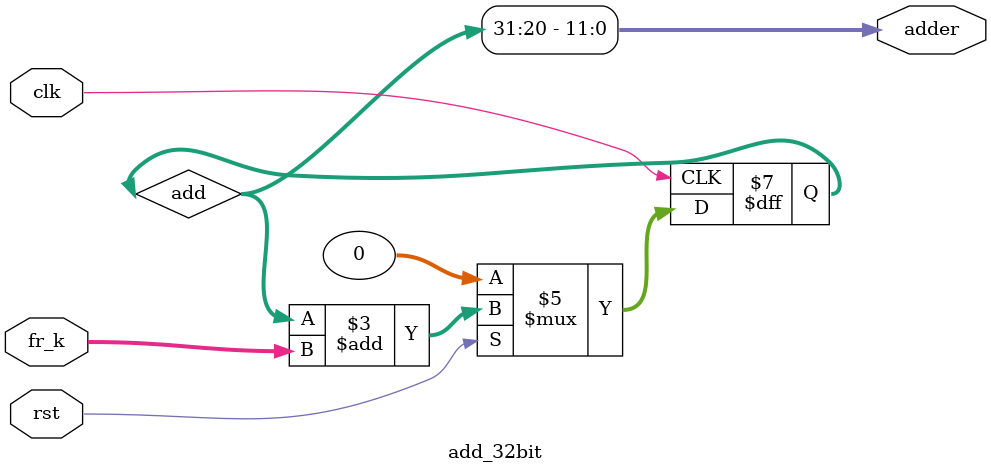
<source format=v>
module add_32bit (
	input clk,
	input rst,
	input [31:0] fr_k,
	output [11:0] adder
);

reg  [31:0] add;

always @(posedge clk) 
begin
	if (!rst) 
	begin
		add <= 32'd0;
	end
	else 
	begin
		add <= add + fr_k;
	end
end

assign   adder = add[31:20];

endmodule 
</source>
